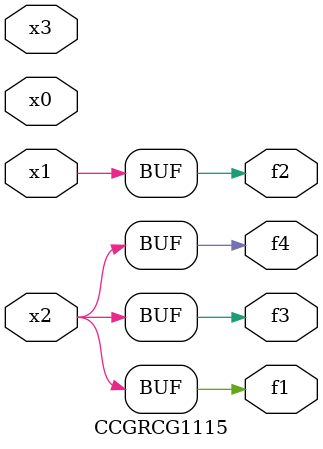
<source format=v>
module CCGRCG1115(
	input x0, x1, x2, x3,
	output f1, f2, f3, f4
);
	assign f1 = x2;
	assign f2 = x1;
	assign f3 = x2;
	assign f4 = x2;
endmodule

</source>
